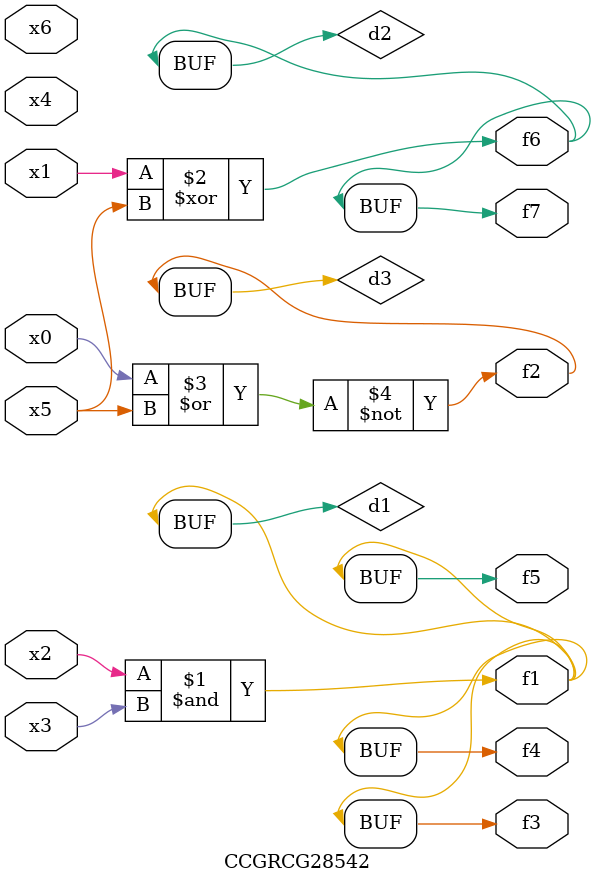
<source format=v>
module CCGRCG28542(
	input x0, x1, x2, x3, x4, x5, x6,
	output f1, f2, f3, f4, f5, f6, f7
);

	wire d1, d2, d3;

	and (d1, x2, x3);
	xor (d2, x1, x5);
	nor (d3, x0, x5);
	assign f1 = d1;
	assign f2 = d3;
	assign f3 = d1;
	assign f4 = d1;
	assign f5 = d1;
	assign f6 = d2;
	assign f7 = d2;
endmodule

</source>
